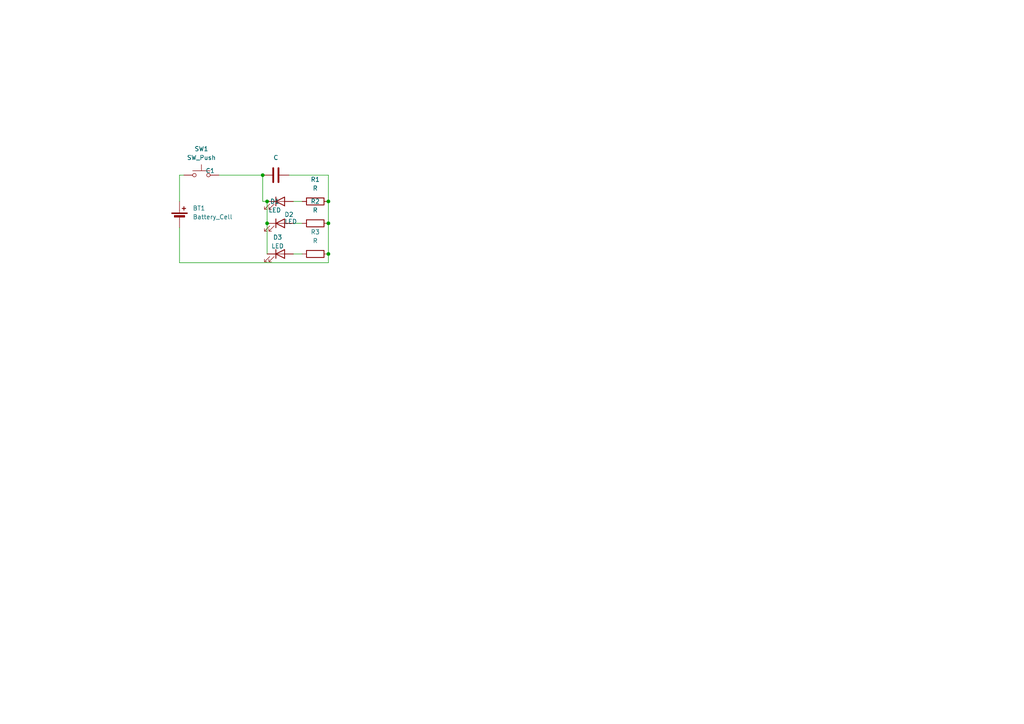
<source format=kicad_sch>
(kicad_sch (version 20250114) (generator "eeschema") (generator_version "9.0")
  (paper "A4")
  (lib_symbols
    (symbol "Device:Battery_Cell" (pin_numbers (hide yes)) (pin_names (offset 0) (hide yes))
      (property "Reference" "BT" (at 2.54 2.54 0))
      (property "Value" "Battery_Cell" (at 2.54 0 0))
      (symbol "Battery_Cell_0_1"
        (rectangle (start -2.286 1.778) (end 2.286 1.524) (fill (type outline)))
        (rectangle (start -1.524 1.016) (end 1.524 0.508) (fill (type outline)))
        (polyline (pts (xy 0 1.778) (xy 0 2.54)))
        (polyline (pts (xy 0 0.762) (xy 0 0)))
        (polyline (pts (xy 0.762 3.048) (xy 1.778 3.048)) (stroke (width 0.254)))
        (polyline (pts (xy 1.27 3.556) (xy 1.27 2.54)) (stroke (width 0.254)))
      )
      (symbol "Battery_Cell_1_1"
        (pin passive line (at 0 5.08 270) (length 2.54) (name "+") (number "1"))
        (pin passive line (at 0 -2.54 90) (length 2.54) (name "-") (number "2"))
      )
    )
    (symbol "Device:C" (pin_numbers (hide yes)) (pin_names (offset 0.254))
      (property "Reference" "C" (at 0.635 2.54 0))
      (property "Value" "C" (at 0.635 -2.54 0))
      (symbol "C_0_1"
        (polyline (pts (xy -2.032 0.762) (xy 2.032 0.762)) (stroke (width 0.508)))
        (polyline (pts (xy -2.032 -0.762) (xy 2.032 -0.762)) (stroke (width 0.508)))
      )
      (symbol "C_1_1"
        (pin passive line (at 0 3.81 270) (length 2.794) (name "~") (number "1"))
        (pin passive line (at 0 -3.81 90) (length 2.794) (name "~") (number "2"))
      )
    )
    (symbol "Device:LED" (pin_numbers (hide yes)) (pin_names (offset 1.016) (hide yes))
      (property "Reference" "D" (at 0 2.54 0))
      (property "Value" "LED" (at 0 -2.54 0))
      (symbol "LED_0_1"
        (polyline (pts (xy -3.048 -0.762) (xy -4.572 -2.286) (xy -3.81 -2.286) (xy -4.572 -2.286) (xy -4.572 -1.524)))
        (polyline (pts (xy -1.778 -0.762) (xy -3.302 -2.286) (xy -2.54 -2.286) (xy -3.302 -2.286) (xy -3.302 -1.524)))
        (polyline (pts (xy -1.27 0) (xy 1.27 0)))
        (polyline (pts (xy -1.27 -1.27) (xy -1.27 1.27)) (stroke (width 0.254)))
        (polyline (pts (xy 1.27 -1.27) (xy 1.27 1.27) (xy -1.27 0) (xy 1.27 -1.27)) (stroke (width 0.254)))
      )
      (symbol "LED_1_1"
        (pin passive line (at -3.81 0 0) (length 2.54) (name "K") (number "1"))
        (pin passive line (at 3.81 0 180) (length 2.54) (name "A") (number "2"))
      )
    )
    (symbol "Device:R" (pin_numbers (hide yes)) (pin_names (offset 0))
      (property "Reference" "R" (at 2.032 0 90))
      (property "Value" "R" (at 0 0 90))
      (symbol "R_0_1"
        (rectangle (start -1.016 -2.54) (end 1.016 2.54) (stroke (width 0.254)))
      )
      (symbol "R_1_1"
        (pin passive line (at 0 3.81 270) (length 1.27) (name "~") (number "1"))
        (pin passive line (at 0 -3.81 90) (length 1.27) (name "~") (number "2"))
      )
    )
    (symbol "Switch:SW_Push" (pin_numbers (hide yes)) (pin_names (offset 1.016) (hide yes))
      (property "Reference" "SW" (at 1.27 2.54 0))
      (property "Value" "SW_Push" (at 0 -1.524 0))
      (symbol "SW_Push_0_1"
        (circle (center -2.032 0) (radius 0.508))
        (polyline (pts (xy 0 1.27) (xy 0 3.048)))
        (circle (center 2.032 0) (radius 0.508))
        (polyline (pts (xy 2.54 1.27) (xy -2.54 1.27)))
        (pin passive line (at -5.08 0 0) (length 2.54) (name "1") (number "1"))
        (pin passive line (at 5.08 0 180) (length 2.54) (name "2") (number "2"))
      )
    )
  )
  (junction (at 95.25 58.42))
  (junction (at 95.25 64.77))
  (junction (at 77.47 64.77))
  (junction (at 77.47 58.42))
  (junction (at 95.25 73.66))
  (junction (at 76.2 50.8))
  (wire (pts (xy 76.2 50.8) (xy 76.2 58.42)))
  (wire (pts (xy 95.25 50.8) (xy 95.25 58.42)))
  (wire (pts (xy 77.47 64.77) (xy 77.47 73.66)))
  (wire (pts (xy 63.5 50.8) (xy 76.2 50.8)))
  (wire (pts (xy 83.82 50.8) (xy 95.25 50.8)))
  (wire (pts (xy 77.47 58.42) (xy 77.47 64.77)))
  (wire (pts (xy 52.07 58.42) (xy 52.07 50.8)))
  (wire (pts (xy 85.09 64.77) (xy 87.63 64.77)))
  (wire (pts (xy 95.25 58.42) (xy 95.25 64.77)))
  (wire (pts (xy 95.25 73.66) (xy 95.25 76.2)))
  (wire (pts (xy 95.25 76.2) (xy 52.07 76.2)))
  (wire (pts (xy 85.09 58.42) (xy 87.63 58.42)))
  (wire (pts (xy 76.2 58.42) (xy 77.47 58.42)))
  (wire (pts (xy 52.07 50.8) (xy 53.34 50.8)))
  (wire (pts (xy 85.09 73.66) (xy 87.63 73.66)))
  (wire (pts (xy 52.07 66.04) (xy 52.07 76.2)))
  (wire (pts (xy 95.25 64.77) (xy 95.25 73.66)))
  (symbol (lib_id "Switch:SW_Push") (at 58.42 50.8 0) (unit 1)
    (property "Reference" "SW1" (at 58.42 43.18 0))
    (property "Value" "SW_Push" (at 58.42 45.72 0))
    (property "Footprint" "Button_Switch_THT:SW_PUSH_6mm" (effects (hide yes)))
    (property "Description" "Push button switch, generic, two pins" (effects (hide yes)))
  )
  (symbol (lib_id "Device:R") (at 91.44 64.77 90) (unit 1)
    (property "Reference" "R2" (at 91.44 58.42 90))
    (property "Value" "R" (at 91.44 60.96 90))
    (property "Footprint" "Resistor_THT:R_Axial_DIN0207_L6.3mm_D2.5mm_P7.62mm_Horizontal" (effects (hide yes)))
    (property "Description" "Resistor" (effects (hide yes)))
  )
  (symbol (lib_id "Device:R") (at 91.44 58.42 90) (unit 1)
    (property "Reference" "R1" (at 91.44 52.07 90))
    (property "Value" "R" (at 91.44 54.61 90))
    (property "Footprint" "Resistor_THT:R_Axial_DIN0207_L6.3mm_D2.5mm_P7.62mm_Horizontal" (effects (hide yes)))
    (property "Description" "Resistor" (effects (hide yes)))
  )
  (symbol (lib_id "Device:LED") (at 81.28 58.42 0) (unit 1)
    (property "Reference" "D3" (at 80.518 68.834 0))
    (property "Value" "LED" (at 80.518 71.374 0))
    (property "Footprint" "LED_THT:LED_D5.0mm" (effects (hide yes)))
    (property "Description" "Light emitting diode" (effects (hide yes)))
    (property "Sim.Pins" "1=K 2=A" (effects (hide yes)))
  )
  (symbol (lib_id "Device:LED") (at 81.28 64.77 0) (unit 1)
    (property "Reference" "D1" (at 79.6925 58.42 0))
    (property "Value" "LED" (at 79.6925 60.96 0))
    (property "Footprint" "LED_THT:LED_D5.0mm" (effects (hide yes)))
    (property "Description" "Light emitting diode" (effects (hide yes)))
    (property "Sim.Pins" "1=K 2=A" (effects (hide yes)))
  )
  (symbol (lib_id "Device:LED") (at 81.28 73.66 0) (unit 1)
    (property "Reference" "D2" (at 83.82 62.23 0))
    (property "Value" "LED" (at 84.328 64.262 0))
    (property "Footprint" "LED_THT:LED_D5.0mm" (effects (hide yes)))
    (property "Description" "Light emitting diode" (effects (hide yes)))
    (property "Sim.Pins" "1=K 2=A" (effects (hide yes)))
  )
  (symbol (lib_id "Device:Battery_Cell") (at 52.07 63.5 0) (unit 1)
    (property "Reference" "BT1" (at 55.88 60.3884 0) (effects (justify left)))
    (property "Value" "Battery_Cell" (at 55.88 62.9284 0) (effects (justify left)))
    (property "Footprint" "Battery:BatteryHolder_Keystone_3034_1x20mm" (effects (hide yes)))
    (property "Description" "Single-cell battery" (effects (hide yes)))
  )
  (symbol (lib_id "Device:R") (at 91.44 73.66 90) (unit 1)
    (property "Reference" "R3" (at 91.44 67.31 90))
    (property "Value" "R" (at 91.44 69.85 90))
    (property "Footprint" "Resistor_THT:R_Axial_DIN0207_L6.3mm_D2.5mm_P7.62mm_Horizontal" (effects (hide yes)))
    (property "Description" "Resistor" (effects (hide yes)))
  )
  (symbol (lib_id "Device:C") (at 80.01 50.8 90) (unit 1)
    (property "Reference" "C1" (at 60.96 49.53 90))
    (property "Value" "C" (at 80.01 45.72 90))
    (property "Footprint" "Capacitor_THT:CP_Radial_D8.0mm_P5.00mm" (effects (hide yes)))
    (property "Description" "Unpolarized capacitor" (effects (hide yes)))
  )
)
</source>
